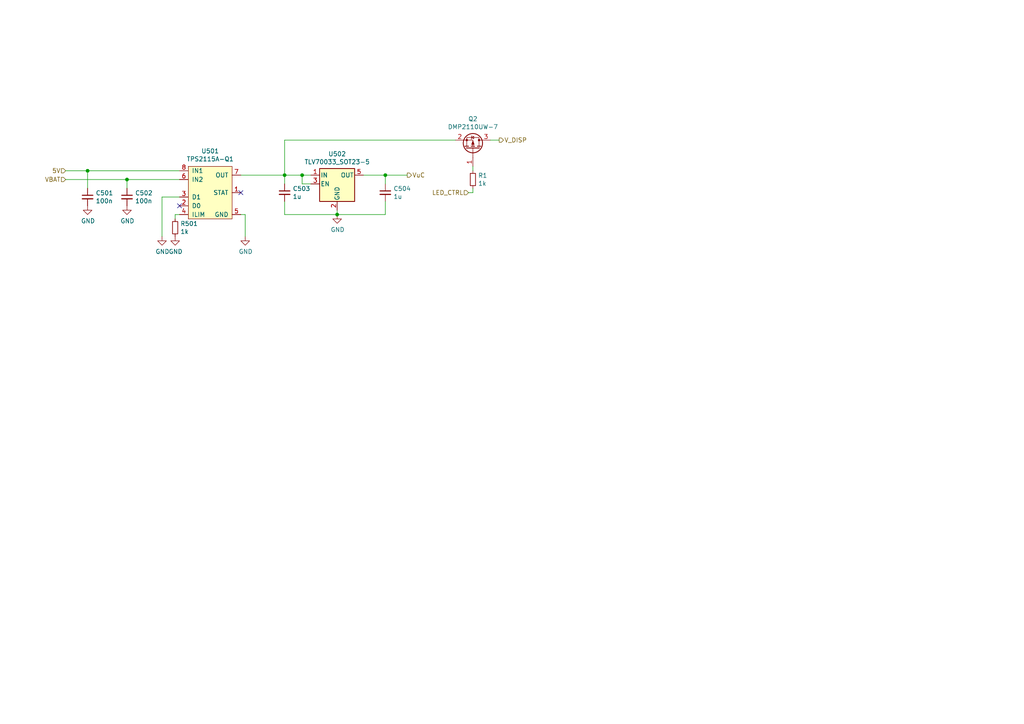
<source format=kicad_sch>
(kicad_sch (version 20211123) (generator eeschema)
  (paper "A4")
  (title_block (title "aWristWatch") (date "2021-04-05") (rev "3") (company "Andreas Kohler"))
  (lib_symbols
    (symbol "Device:C_Small" (pin_numbers hide) (pin_names (offset 0.254) hide)
      (property "Reference" "C" (at 0.254 1.778 0))
      (property "Value" "C_Small" (at 0.254 -2.032 0))
      (symbol "C_Small_0_1"
        (polyline (pts (xy -1.524 -0.508) (xy 1.524 -0.508)) (stroke (width 0.3302)))
        (polyline (pts (xy -1.524 0.508) (xy 1.524 0.508)) (stroke (width 0.3048)))
      )
      (symbol "C_Small_1_1"
        (pin passive line (at 0 2.54 270) (length 2.032) (name "~") (number "1"))
        (pin passive line (at 0 -2.54 90) (length 2.032) (name "~") (number "2"))
      )
    )
    (symbol "Device:Q_PMOS_GSD" (pin_names (offset 0) hide)
      (property "Reference" "Q" (at 5.08 1.27 0))
      (property "Value" "Q_PMOS_GSD" (at 5.08 -1.27 0))
      (symbol "Q_PMOS_GSD_0_1"
        (polyline (pts (xy 0.254 0) (xy -2.54 0)))
        (polyline (pts (xy 0.254 1.905) (xy 0.254 -1.905)) (stroke (width 0.254)))
        (polyline (pts (xy 0.762 -1.27) (xy 0.762 -2.286)) (stroke (width 0.254)))
        (polyline (pts (xy 0.762 0.508) (xy 0.762 -0.508)) (stroke (width 0.254)))
        (polyline (pts (xy 0.762 2.286) (xy 0.762 1.27)) (stroke (width 0.254)))
        (polyline (pts (xy 2.54 2.54) (xy 2.54 1.778)))
        (polyline (pts (xy 2.54 -2.54) (xy 2.54 0) (xy 0.762 0)))
        (polyline (pts (xy 0.762 1.778) (xy 3.302 1.778) (xy 3.302 -1.778) (xy 0.762 -1.778)))
        (polyline (pts (xy 2.286 0) (xy 1.27 0.381) (xy 1.27 -0.381) (xy 2.286 0)) (fill (type outline)))
        (polyline (pts (xy 2.794 -0.508) (xy 2.921 -0.381) (xy 3.683 -0.381) (xy 3.81 -0.254)))
        (polyline (pts (xy 3.302 -0.381) (xy 2.921 0.254) (xy 3.683 0.254) (xy 3.302 -0.381)))
        (circle (center 1.651 0) (radius 2.794) (stroke (width 0.254)))
        (circle (center 2.54 -1.778) (radius 0.254) (fill (type outline)))
        (circle (center 2.54 1.778) (radius 0.254) (fill (type outline)))
      )
      (symbol "Q_PMOS_GSD_1_1"
        (pin input line (at -5.08 0 0) (length 2.54) (name "G") (number "1"))
        (pin passive line (at 2.54 -5.08 90) (length 2.54) (name "S") (number "2"))
        (pin passive line (at 2.54 5.08 270) (length 2.54) (name "D") (number "3"))
      )
    )
    (symbol "Device:R_Small" (pin_numbers hide) (pin_names (offset 0.254) hide)
      (property "Reference" "R" (at 0.762 0.508 0))
      (property "Value" "R_Small" (at 0.762 -1.016 0))
      (symbol "R_Small_0_1"
        (rectangle (start -0.762 1.778) (end 0.762 -1.778) (stroke (width 0.2032)))
      )
      (symbol "R_Small_1_1"
        (pin passive line (at 0 2.54 270) (length 0.762) (name "~") (number "1"))
        (pin passive line (at 0 -2.54 90) (length 0.762) (name "~") (number "2"))
      )
    )
    (symbol "Regulator_Linear:TLV70033_SOT23-5" (pin_names (offset 0.254))
      (property "Reference" "U" (at -3.81 5.715 0))
      (property "Value" "TLV70033_SOT23-5" (at 0 5.715 0))
      (symbol "TLV70033_SOT23-5_0_1"
        (rectangle (start -5.08 4.445) (end 5.08 -5.08) (stroke (width 0.254)) (fill (type background)))
      )
      (symbol "TLV70033_SOT23-5_1_1"
        (pin power_in line (at -7.62 2.54 0) (length 2.54) (name "IN") (number "1"))
        (pin power_in line (at 0 -7.62 90) (length 2.54) (name "GND") (number "2"))
        (pin input line (at -7.62 0 0) (length 2.54) (name "EN") (number "3"))
        (pin no_connect line (at 5.08 0 180) (length 2.54) hide (name "NC") (number "4"))
        (pin power_out line (at 7.62 2.54 180) (length 2.54) (name "OUT") (number "5"))
      )
    )
    (symbol "power:GND" (power) (pin_names (offset 0))
      (property "Value" "GND" (at 0 -3.81 0))
      (symbol "GND_0_1"
        (polyline (pts (xy 0 0) (xy 0 -1.27) (xy 1.27 -1.27) (xy 0 -2.54) (xy -1.27 -1.27) (xy 0 -1.27)))
      )
      (symbol "GND_1_1"
        (pin power_in line (at 0 0 270) (length 0) hide (name "GND") (number "1"))
      )
    )
    (symbol "watch:TPS2115A-Q1" (pin_names (offset 1.016))
      (property "Reference" "U" (at 22.86 21.59 0))
      (property "Value" "TPS2115A-Q1" (at 22.86 21.59 0))
      (symbol "TPS2115A-Q1_0_0"
        (pin open_collector line (at 8.89 0 180) (length 2.54) (name "STAT") (number "1"))
        (pin input line (at -8.89 -3.81 0) (length 2.54) (name "D0") (number "2"))
        (pin input line (at -8.89 -1.27 0) (length 2.54) (name "D1") (number "3"))
        (pin input line (at -8.89 -6.35 0) (length 2.54) (name "ILIM") (number "4"))
        (pin passive line (at 8.89 -6.35 180) (length 2.54) (name "GND") (number "5"))
        (pin power_in line (at -8.89 3.81 0) (length 2.54) (name "IN2") (number "6"))
        (pin power_out line (at 8.89 5.08 180) (length 2.54) (name "OUT") (number "7"))
        (pin power_in line (at -8.89 6.35 0) (length 2.54) (name "IN1") (number "8"))
      )
      (symbol "TPS2115A-Q1_0_1"
        (rectangle (start -6.35 7.62) (end 6.35 -7.62) (fill (type background)))
      )
    )
  )
  (junction (at 111.76 50.8))
  (junction (at 36.83 52.07))
  (junction (at 97.79 62.23))
  (junction (at 25.4 49.53))
  (junction (at 82.55 50.8))
  (junction (at 87.63 50.8))
  (no_connect (at 69.85 55.88))
  (no_connect (at 52.07 59.69))
  (wire (pts (xy 97.79 60.96) (xy 97.79 62.23)))
  (wire (pts (xy 137.16 55.88) (xy 137.16 54.61)))
  (wire (pts (xy 69.85 50.8) (xy 82.55 50.8)))
  (wire (pts (xy 87.63 53.34) (xy 87.63 50.8)))
  (wire (pts (xy 111.76 50.8) (xy 118.11 50.8)))
  (wire (pts (xy 137.16 49.53) (xy 137.16 48.26)))
  (wire (pts (xy 50.8 63.5) (xy 50.8 62.23)))
  (wire (pts (xy 82.55 40.64) (xy 82.55 50.8)))
  (wire (pts (xy 19.05 52.07) (xy 36.83 52.07)))
  (wire (pts (xy 144.78 40.64) (xy 142.24 40.64)))
  (wire (pts (xy 90.17 50.8) (xy 87.63 50.8)))
  (wire (pts (xy 82.55 58.42) (xy 82.55 62.23)))
  (wire (pts (xy 111.76 50.8) (xy 111.76 53.34)))
  (wire (pts (xy 82.55 40.64) (xy 132.08 40.64)))
  (wire (pts (xy 71.12 62.23) (xy 69.85 62.23)))
  (wire (pts (xy 82.55 62.23) (xy 97.79 62.23)))
  (wire (pts (xy 46.99 57.15) (xy 46.99 68.58)))
  (wire (pts (xy 19.05 49.53) (xy 25.4 49.53)))
  (wire (pts (xy 52.07 49.53) (xy 25.4 49.53)))
  (wire (pts (xy 82.55 53.34) (xy 82.55 50.8)))
  (wire (pts (xy 111.76 58.42) (xy 111.76 62.23)))
  (wire (pts (xy 71.12 68.58) (xy 71.12 62.23)))
  (wire (pts (xy 97.79 62.23) (xy 111.76 62.23)))
  (wire (pts (xy 36.83 52.07) (xy 52.07 52.07)))
  (wire (pts (xy 46.99 57.15) (xy 52.07 57.15)))
  (wire (pts (xy 36.83 54.61) (xy 36.83 52.07)))
  (wire (pts (xy 135.89 55.88) (xy 137.16 55.88)))
  (wire (pts (xy 82.55 50.8) (xy 87.63 50.8)))
  (wire (pts (xy 90.17 53.34) (xy 87.63 53.34)))
  (wire (pts (xy 50.8 62.23) (xy 52.07 62.23)))
  (wire (pts (xy 25.4 54.61) (xy 25.4 49.53)))
  (wire (pts (xy 105.41 50.8) (xy 111.76 50.8)))
  (hierarchical_label "V_DISP" (shape output) (at 144.78 40.64 0))
  (hierarchical_label "VBAT" (shape input) (at 19.05 52.07 180))
  (hierarchical_label "LED_CTRL" (shape input) (at 135.89 55.88 180))
  (hierarchical_label "5V" (shape input) (at 19.05 49.53 180))
  (hierarchical_label "VuC" (shape output) (at 118.11 50.8 0))
  (symbol (lib_id "Device:C_Small") (at 82.55 55.88 0)
    (property "Reference" "C503" (at 84.8868 54.7116 0) (effects (justify left)))
    (property "Value" "1u" (at 84.8868 57.023 0) (effects (justify left)))
    (property "Footprint" "Capacitor_SMD:C_0603_1608Metric" (effects hide))
    (property "Datasheet" "https://www.mouser.at/datasheet/2/585/MLCC-1837944.pdf" (effects hide))
    (property "Order" "https://www.mouser.at/ProductDetail/187-CL10B105MO8NNWC" (effects hide))
    (property "Manufacturer" "Samsung Electro-Mechanics" (effects hide))
    (property "MNR" "CL10B105MO8NNWC" (effects hide))
  )
  (symbol (lib_id "power:GND") (at 97.79 62.23 0)
    (property "Reference" "#PWR0126" (effects hide))
    (property "Value" "GND" (at 97.917 66.6242 0))
  )
  (symbol (lib_id "Device:C_Small") (at 111.76 55.88 0)
    (property "Reference" "C504" (at 114.0968 54.7116 0) (effects (justify left)))
    (property "Value" "1u" (at 114.0968 57.023 0) (effects (justify left)))
    (property "Footprint" "Capacitor_SMD:C_0603_1608Metric" (effects hide))
    (property "Datasheet" "https://www.mouser.at/datasheet/2/585/MLCC-1837944.pdf" (effects hide))
    (property "Order" "https://www.mouser.at/ProductDetail/187-CL10B105MO8NNWC" (effects hide))
    (property "Manufacturer" "Samsung Electro-Mechanics" (effects hide))
    (property "MNR" "CL10B105MO8NNWC" (effects hide))
  )
  (symbol (lib_id "Regulator_Linear:TLV70033_SOT23-5") (at 97.79 53.34 0)
    (property "Reference" "U502" (at 97.79 44.6532 0))
    (property "Value" "TLV70033_SOT23-5" (at 97.79 46.9646 0))
    (property "Footprint" "Package_TO_SOT_SMD:SOT-23-5" (effects hide))
    (property "Datasheet" "http://www.ti.com/lit/ds/symlink/tlv700.pdf" (effects hide))
    (property "Order" "https://www.mouser.at/ProductDetail/595-TLV70033DDCR" (effects hide))
    (property "Manufacturer" "Texas Instruments" (effects hide))
    (property "MNR" "TLV70033DDCR" (effects hide))
  )
  (symbol (lib_id "watch:TPS2115A-Q1") (at 60.96 55.88 0)
    (property "Reference" "U501" (at 60.96 43.815 0))
    (property "Value" "TPS2115A-Q1" (at 60.96 46.1264 0))
    (property "Footprint" "watch:TSSOP-8_3x6.4_P0.65mm" (effects hide))
    (property "Manufacturer" "Texas Instruments" (effects hide))
    (property "Order" "https://www.mouser.at/ProductDetail/Texas-Instruments/TPS2115AIPWRQ1?qs=%2Fha2pyFadugZrMbQPJQt%252BSVlkr%252BjGGlgJkJQJe24P%252BubSh98JtzVLQ%3D%3D" (effects hide))
    (property "MNR" "TPS2115AIPWRQ1" (effects hide))
  )
  (symbol (lib_id "Device:R_Small") (at 50.8 66.04 0)
    (property "Reference" "R501" (at 52.2986 64.8716 0) (effects (justify left)))
    (property "Value" "1k" (at 52.2986 67.183 0) (effects (justify left)))
    (property "Footprint" "Resistor_SMD:R_0603_1608Metric" (effects hide))
    (property "Order" "https://www.mouser.at/ProductDetail/TE-Connectivity-Holsworthy/CRGP0603F1K0?qs=sGAEpiMZZMtlubZbdhIBIOInyB5Ysv8sRTd2oyB6aAs%3D" (effects hide))
    (property "Manufacturer" "TE Connectivity / Holsworthy" (effects hide))
    (property "MNR" "CRGP0603F1K0" (effects hide))
  )
  (symbol (lib_id "power:GND") (at 50.8 68.58 0)
    (property "Reference" "#PWR0129" (effects hide))
    (property "Value" "GND" (at 50.927 72.9742 0))
  )
  (symbol (lib_id "power:GND") (at 46.99 68.58 0)
    (property "Reference" "#PWR0134" (effects hide))
    (property "Value" "GND" (at 47.117 72.9742 0))
  )
  (symbol (lib_id "power:GND") (at 71.12 68.58 0)
    (property "Reference" "#PWR0135" (effects hide))
    (property "Value" "GND" (at 71.247 72.9742 0))
  )
  (symbol (lib_id "Device:C_Small") (at 25.4 57.15 0)
    (property "Reference" "C501" (at 27.7368 55.9816 0) (effects (justify left)))
    (property "Value" "100n" (at 27.7368 58.293 0) (effects (justify left)))
    (property "Footprint" "Capacitor_SMD:C_0603_1608Metric" (effects hide))
    (property "Datasheet" "https://www.mouser.at/datasheet/2/212/KEM_C1002_X7R_SMD-1102033.pdf" (effects hide))
    (property "Order" "https://www.mouser.at/ProductDetail/80-C0603C104M4R" (effects hide))
    (property "Manufacturer" "KEMET" (effects hide))
    (property "MNR" "C0603C104M4RACTU" (effects hide))
  )
  (symbol (lib_id "Device:C_Small") (at 36.83 57.15 0)
    (property "Reference" "C502" (at 39.1668 55.9816 0) (effects (justify left)))
    (property "Value" "100n" (at 39.1668 58.293 0) (effects (justify left)))
    (property "Footprint" "Capacitor_SMD:C_0603_1608Metric" (effects hide))
    (property "Datasheet" "https://www.mouser.at/datasheet/2/212/KEM_C1002_X7R_SMD-1102033.pdf" (effects hide))
    (property "Order" "https://www.mouser.at/ProductDetail/80-C0603C104M4R" (effects hide))
    (property "Manufacturer" "KEMET" (effects hide))
    (property "MNR" "C0603C104M4RACTU" (effects hide))
  )
  (symbol (lib_id "power:GND") (at 25.4 59.69 0)
    (property "Reference" "#PWR0137" (effects hide))
    (property "Value" "GND" (at 25.527 64.0842 0))
  )
  (symbol (lib_id "power:GND") (at 36.83 59.69 0)
    (property "Reference" "#PWR0138" (effects hide))
    (property "Value" "GND" (at 36.957 64.0842 0))
  )
  (symbol (lib_id "Device:Q_PMOS_GSD") (at 137.16 43.18 270) (mirror x)
    (property "Reference" "Q2" (at 137.16 34.4932 90))
    (property "Value" "DMP2110UW-7" (at 137.16 36.8046 90))
    (property "Footprint" "Package_TO_SOT_SMD:SOT-323_SC-70" (effects hide))
    (property "Datasheet" "https://www.diodes.com/assets/Datasheets/DMP2110UW.pdf" (effects hide))
    (property "Manufacturer" "Diodes Incorporated" (effects hide))
    (property "Order" "https://www.mouser.at/ProductDetail/Diodes-Incorporated/DMP2110UW-7?qs=bZr6mbWTK5lZsAURvLPe3w%3D%3D" (effects hide))
    (property "MNR" "DMP2110UW-7" (effects hide))
  )
  (symbol (lib_id "Device:R_Small") (at 137.16 52.07 0)
    (property "Reference" "R1" (at 138.6586 50.9016 0) (effects (justify left)))
    (property "Value" "1k" (at 138.6586 53.213 0) (effects (justify left)))
    (property "Footprint" "Resistor_SMD:R_0603_1608Metric" (effects hide))
    (property "Order" "https://www.mouser.at/ProductDetail/TE-Connectivity-Holsworthy/CRGP0603F1K0?qs=sGAEpiMZZMtlubZbdhIBIOInyB5Ysv8sRTd2oyB6aAs%3D" (effects hide))
    (property "Manufacturer" "TE Connectivity / Holsworthy" (effects hide))
    (property "MNR" "CRGP0603F1K0" (effects hide))
  )
)
</source>
